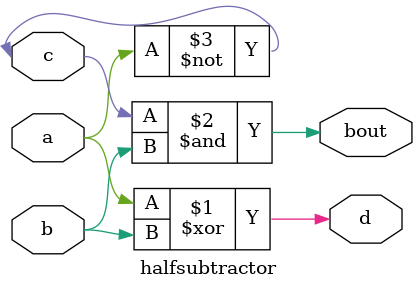
<source format=v>
`timescale 1ns / 1ps

module halfsubtractor(
    input a,
    input b,
    output d,
    inout c,
    output bout
    );

xor(d,a,b);
not(c,a);
and(bout,c,b);

endmodule

</source>
